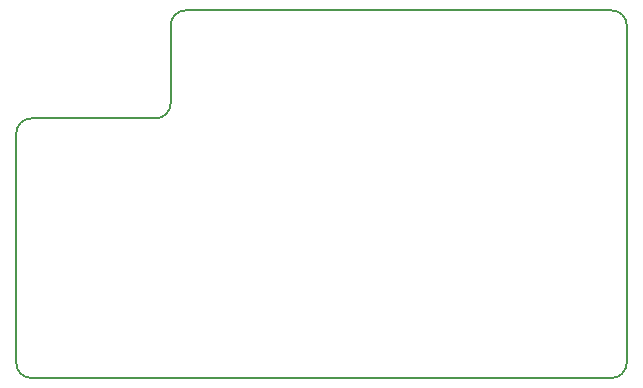
<source format=gbr>
G04 #@! TF.GenerationSoftware,KiCad,Pcbnew,(5.1.12)-1*
G04 #@! TF.CreationDate,2022-03-08T21:56:06+00:00*
G04 #@! TF.ProjectId,RGBtoHDMI CDTV v2 - Mouse and Joystick Adapter,52474274-6f48-4444-9d49-204344545620,v2*
G04 #@! TF.SameCoordinates,Original*
G04 #@! TF.FileFunction,Profile,NP*
%FSLAX46Y46*%
G04 Gerber Fmt 4.6, Leading zero omitted, Abs format (unit mm)*
G04 Created by KiCad (PCBNEW (5.1.12)-1) date 2022-03-08 21:56:06*
%MOMM*%
%LPD*%
G01*
G04 APERTURE LIST*
G04 #@! TA.AperFunction,Profile*
%ADD10C,0.150000*%
G04 #@! TD*
G04 APERTURE END LIST*
D10*
X145669000Y-142875000D02*
G75*
G02*
X144399000Y-144145000I-1270000J0D01*
G01*
X144399000Y-113030000D02*
G75*
G02*
X145669000Y-114300000I0J-1270000D01*
G01*
X107061000Y-114300000D02*
G75*
G02*
X108331000Y-113030000I1270000J0D01*
G01*
X107061000Y-120904000D02*
G75*
G02*
X105791000Y-122174000I-1270000J0D01*
G01*
X93980000Y-123444000D02*
G75*
G02*
X95250000Y-122174000I1270000J0D01*
G01*
X95250000Y-144145000D02*
G75*
G02*
X93980000Y-142875000I0J1270000D01*
G01*
X95250000Y-122174000D02*
X105791000Y-122174000D01*
X107061000Y-120904000D02*
X107061000Y-114300000D01*
X108331000Y-113030000D02*
X144399000Y-113030000D01*
X145669000Y-114300000D02*
X145669000Y-142875000D01*
X93980000Y-123444000D02*
X93980000Y-142875000D01*
X95250000Y-144145000D02*
X144399000Y-144145000D01*
M02*

</source>
